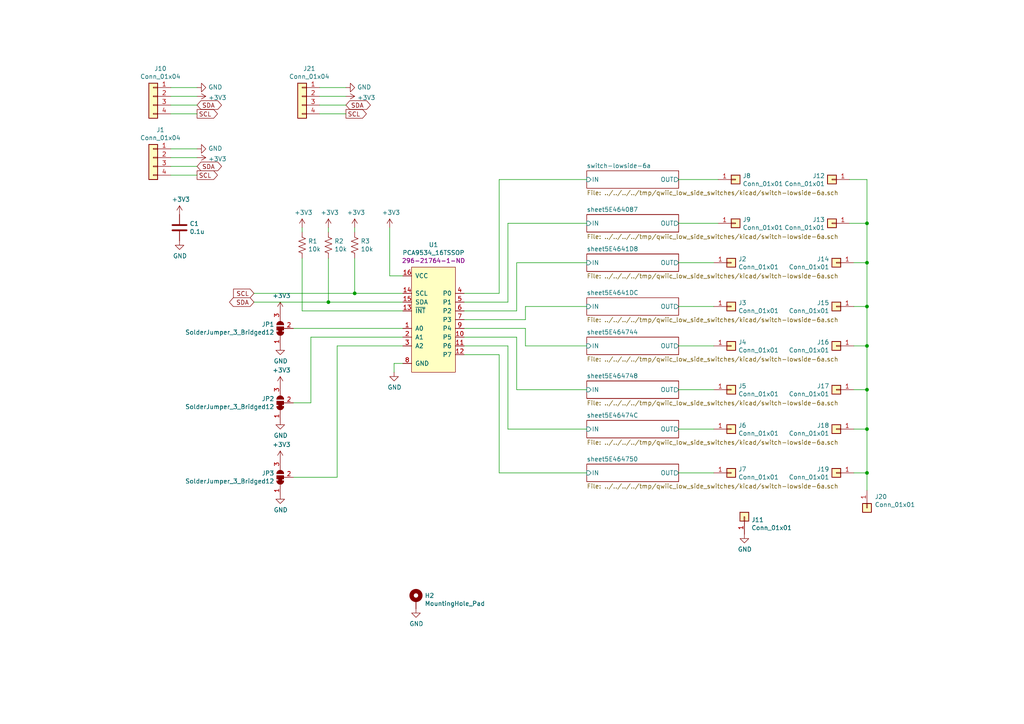
<source format=kicad_sch>
(kicad_sch (version 20230121) (generator eeschema)
  (paper "A4")
  (lib_symbols
    (symbol "Connector_Generic:Conn_01x01" (pin_names (offset 1.016) hide)
      (property "Reference" "J" (at 0 2.54 0))
      (property "Value" "Conn_01x01" (at 0 -2.54 0))
      (symbol "Conn_01x01_1_1"
        (rectangle (start -1.27 0.127) (end 0 -0.127) (stroke (width 0.1524)))
        (rectangle (start -1.27 1.27) (end 1.27 -1.27) (stroke (width 0.254)) (fill (type background)))
        (pin passive line (at -5.08 0 0) (length 3.81) (name "Pin_1") (number "1"))
      )
    )
    (symbol "Connector_Generic:Conn_01x04" (pin_names (offset 1.016) hide)
      (property "Reference" "J" (at 0 5.08 0))
      (property "Value" "Conn_01x04" (at 0 -7.62 0))
      (symbol "Conn_01x04_1_1"
        (rectangle (start -1.27 -4.953) (end 0 -5.207) (stroke (width 0.1524)))
        (rectangle (start -1.27 -2.413) (end 0 -2.667) (stroke (width 0.1524)))
        (rectangle (start -1.27 0.127) (end 0 -0.127) (stroke (width 0.1524)))
        (rectangle (start -1.27 2.667) (end 0 2.413) (stroke (width 0.1524)))
        (rectangle (start -1.27 3.81) (end 1.27 -6.35) (stroke (width 0.254)) (fill (type background)))
        (pin passive line (at -5.08 2.54 0) (length 3.81) (name "Pin_1") (number "1"))
        (pin passive line (at -5.08 0 0) (length 3.81) (name "Pin_2") (number "2"))
        (pin passive line (at -5.08 -2.54 0) (length 3.81) (name "Pin_3") (number "3"))
        (pin passive line (at -5.08 -5.08 0) (length 3.81) (name "Pin_4") (number "4"))
      )
    )
    (symbol "Device:C" (pin_numbers hide) (pin_names (offset 0.254))
      (property "Reference" "C" (at 0.635 2.54 0))
      (property "Value" "C" (at 0.635 -2.54 0))
      (symbol "C_0_1"
        (polyline (pts (xy -2.032 -0.762) (xy 2.032 -0.762)) (stroke (width 0.508)))
        (polyline (pts (xy -2.032 0.762) (xy 2.032 0.762)) (stroke (width 0.508)))
      )
      (symbol "C_1_1"
        (pin passive line (at 0 3.81 270) (length 2.794) (name "~") (number "1"))
        (pin passive line (at 0 -3.81 90) (length 2.794) (name "~") (number "2"))
      )
    )
    (symbol "Device:R_US" (pin_numbers hide) (pin_names (offset 0))
      (property "Reference" "R" (at 2.54 0 90))
      (property "Value" "R_US" (at -2.54 0 90))
      (symbol "R_US_0_1"
        (polyline (pts (xy 0 -2.286) (xy 0 -2.54)))
        (polyline (pts (xy 0 2.286) (xy 0 2.54)))
        (polyline (pts (xy 0 -0.762) (xy 1.016 -1.143) (xy 0 -1.524) (xy -1.016 -1.905) (xy 0 -2.286)))
        (polyline (pts (xy 0 0.762) (xy 1.016 0.381) (xy 0 0) (xy -1.016 -0.381) (xy 0 -0.762)))
        (polyline (pts (xy 0 2.286) (xy 1.016 1.905) (xy 0 1.524) (xy -1.016 1.143) (xy 0 0.762)))
      )
      (symbol "R_US_1_1"
        (pin passive line (at 0 3.81 270) (length 1.27) (name "~") (number "1"))
        (pin passive line (at 0 -3.81 90) (length 1.27) (name "~") (number "2"))
      )
    )
    (symbol "Mechanical:MountingHole_Pad" (pin_numbers hide) (pin_names (offset 1.016) hide)
      (property "Reference" "H" (at 0 6.35 0))
      (property "Value" "MountingHole_Pad" (at 0 4.445 0))
      (symbol "MountingHole_Pad_0_1"
        (circle (center 0 1.27) (radius 1.27) (stroke (width 1.27)))
      )
      (symbol "MountingHole_Pad_1_1"
        (pin input line (at 0 -2.54 90) (length 2.54) (name "1") (number "1"))
      )
    )
    (symbol "power:+3V3" (power) (pin_names (offset 0))
      (property "Value" "+3V3" (at 0 3.556 0))
      (symbol "+3V3_0_1"
        (polyline (pts (xy -0.762 1.27) (xy 0 2.54)))
        (polyline (pts (xy 0 0) (xy 0 2.54)))
        (polyline (pts (xy 0 2.54) (xy 0.762 1.27)))
      )
      (symbol "+3V3_1_1"
        (pin power_in line (at 0 0 90) (length 0) hide (name "+3V3") (number "1"))
      )
    )
    (symbol "power:GND" (power) (pin_names (offset 0))
      (property "Value" "GND" (at 0 -3.81 0))
      (symbol "GND_0_1"
        (polyline (pts (xy 0 0) (xy 0 -1.27) (xy 1.27 -1.27) (xy 0 -2.54) (xy -1.27 -1.27) (xy 0 -1.27)))
      )
      (symbol "GND_1_1"
        (pin power_in line (at 0 0 270) (length 0) hide (name "GND") (number "1"))
      )
    )
    (symbol "qwiic_low_side_switches-rescue:SolderJumper_3_Bridged12-Jumper" (pin_names (offset 0) hide)
      (property "Reference" "JP" (at -2.54 -2.54 0))
      (property "Value" "Jumper_SolderJumper_3_Bridged12" (at 0 2.794 0))
      (symbol "SolderJumper_3_Bridged12-Jumper_0_1"
        (rectangle (start -1.016 0.508) (end -0.508 -0.508) (fill (type outline)))
        (arc (start -1.016 1.016) (mid -2.0276 0) (end -1.016 -1.016))
        (arc (start -1.016 1.016) (mid -2.0276 0) (end -1.016 -1.016) (fill (type outline)))
        (rectangle (start -0.508 1.016) (end 0.508 -1.016) (fill (type outline)))
        (polyline (pts (xy -2.54 0) (xy -2.032 0)))
        (polyline (pts (xy -1.016 1.016) (xy -1.016 -1.016)))
        (polyline (pts (xy 0 -1.27) (xy 0 -1.016)))
        (polyline (pts (xy 1.016 1.016) (xy 1.016 -1.016)))
        (polyline (pts (xy 2.54 0) (xy 2.032 0)))
        (arc (start 1.016 -1.016) (mid 2.0276 0) (end 1.016 1.016))
        (arc (start 1.016 -1.016) (mid 2.0276 0) (end 1.016 1.016) (fill (type outline)))
      )
      (symbol "SolderJumper_3_Bridged12-Jumper_1_1"
        (pin passive line (at -5.08 0 0) (length 2.54) (name "A") (number "1"))
        (pin input line (at 0 -3.81 90) (length 2.54) (name "C") (number "2"))
        (pin passive line (at 5.08 0 180) (length 2.54) (name "B") (number "3"))
      )
    )
    (symbol "qwiic_low_side_switches:PCA9534_16TSSOP" (pin_names (offset 1.016))
      (property "Reference" "U" (at 0 -16.51 0))
      (property "Value" "PCA9534_16TSSOP" (at 0 16.51 0))
      (property "DigiKey" "296-21764-1-ND" (at 0 0 0))
      (symbol "PCA9534_16TSSOP_0_1"
        (rectangle (start -6.35 15.24) (end 6.35 -15.24) (fill (type background)))
      )
      (symbol "PCA9534_16TSSOP_1_1"
        (pin input line (at -8.89 -2.54 0) (length 2.54) (name "A0") (number "1"))
        (pin bidirectional line (at 8.89 -5.08 180) (length 2.54) (name "P5") (number "10"))
        (pin bidirectional line (at 8.89 -7.62 180) (length 2.54) (name "P6") (number "11"))
        (pin bidirectional line (at 8.89 -10.16 180) (length 2.54) (name "P7") (number "12"))
        (pin output line (at -8.89 2.54 0) (length 2.54) (name "~{INT}") (number "13"))
        (pin input line (at -8.89 7.62 0) (length 2.54) (name "SCL") (number "14"))
        (pin bidirectional line (at -8.89 5.08 0) (length 2.54) (name "SDA") (number "15"))
        (pin power_in line (at -8.89 12.7 0) (length 2.54) (name "VCC") (number "16"))
        (pin input line (at -8.89 -5.08 0) (length 2.54) (name "A1") (number "2"))
        (pin input line (at -8.89 -7.62 0) (length 2.54) (name "A2") (number "3"))
        (pin bidirectional line (at 8.89 7.62 180) (length 2.54) (name "P0") (number "4"))
        (pin bidirectional line (at 8.89 5.08 180) (length 2.54) (name "P1") (number "5"))
        (pin bidirectional line (at 8.89 2.54 180) (length 2.54) (name "P2") (number "6"))
        (pin bidirectional line (at 8.89 0 180) (length 2.54) (name "P3") (number "7"))
        (pin power_in line (at -8.89 -12.7 0) (length 2.54) (name "GND") (number "8"))
        (pin bidirectional line (at 8.89 -2.54 180) (length 2.54) (name "P4") (number "9"))
      )
    )
  )
  (junction (at 95.25 87.63))
  (junction (at 251.46 113.03))
  (junction (at 251.46 76.2))
  (junction (at 251.46 64.77))
  (junction (at 102.87 85.09))
  (junction (at 251.46 124.46))
  (junction (at 251.46 88.9))
  (junction (at 251.46 137.16))
  (junction (at 251.46 100.33))
  (wire (pts (xy 247.65 88.9) (xy 251.46 88.9)))
  (wire (pts (xy 116.84 90.17) (xy 87.63 90.17)))
  (wire (pts (xy 251.46 64.77) (xy 251.46 76.2)))
  (wire (pts (xy 114.3 105.41) (xy 114.3 107.95)))
  (wire (pts (xy 49.53 45.72) (xy 57.15 45.72)))
  (wire (pts (xy 207.01 88.9) (xy 196.85 88.9)))
  (wire (pts (xy 251.46 142.24) (xy 251.46 137.16)))
  (wire (pts (xy 134.62 100.33) (xy 147.32 100.33)))
  (wire (pts (xy 144.78 137.16) (xy 170.18 137.16)))
  (wire (pts (xy 207.01 137.16) (xy 196.85 137.16)))
  (wire (pts (xy 208.28 64.77) (xy 196.85 64.77)))
  (wire (pts (xy 134.62 102.87) (xy 144.78 102.87)))
  (wire (pts (xy 87.63 66.04) (xy 87.63 67.31)))
  (wire (pts (xy 152.4 95.25) (xy 152.4 100.33)))
  (wire (pts (xy 147.32 64.77) (xy 170.18 64.77)))
  (wire (pts (xy 102.87 74.93) (xy 102.87 85.09)))
  (wire (pts (xy 251.46 76.2) (xy 251.46 88.9)))
  (wire (pts (xy 149.86 97.79) (xy 149.86 113.03)))
  (wire (pts (xy 87.63 90.17) (xy 87.63 74.93)))
  (wire (pts (xy 102.87 66.04) (xy 102.87 67.31)))
  (wire (pts (xy 247.65 113.03) (xy 251.46 113.03)))
  (wire (pts (xy 73.66 85.09) (xy 102.87 85.09)))
  (wire (pts (xy 134.62 97.79) (xy 149.86 97.79)))
  (wire (pts (xy 116.84 95.25) (xy 85.09 95.25)))
  (wire (pts (xy 95.25 74.93) (xy 95.25 87.63)))
  (wire (pts (xy 144.78 85.09) (xy 134.62 85.09)))
  (wire (pts (xy 251.46 88.9) (xy 251.46 100.33)))
  (wire (pts (xy 134.62 95.25) (xy 152.4 95.25)))
  (wire (pts (xy 113.03 66.04) (xy 113.03 80.01)))
  (wire (pts (xy 90.17 116.84) (xy 90.17 97.79)))
  (wire (pts (xy 73.66 87.63) (xy 95.25 87.63)))
  (wire (pts (xy 95.25 66.04) (xy 95.25 67.31)))
  (wire (pts (xy 251.46 113.03) (xy 251.46 124.46)))
  (wire (pts (xy 207.01 113.03) (xy 196.85 113.03)))
  (wire (pts (xy 208.28 52.07) (xy 196.85 52.07)))
  (wire (pts (xy 144.78 52.07) (xy 144.78 85.09)))
  (wire (pts (xy 149.86 76.2) (xy 170.18 76.2)))
  (wire (pts (xy 92.71 33.02) (xy 100.33 33.02)))
  (wire (pts (xy 90.17 97.79) (xy 116.84 97.79)))
  (wire (pts (xy 57.15 30.48) (xy 49.53 30.48)))
  (wire (pts (xy 57.15 43.18) (xy 49.53 43.18)))
  (wire (pts (xy 170.18 52.07) (xy 144.78 52.07)))
  (wire (pts (xy 246.38 64.77) (xy 251.46 64.77)))
  (wire (pts (xy 49.53 33.02) (xy 57.15 33.02)))
  (wire (pts (xy 196.85 124.46) (xy 207.01 124.46)))
  (wire (pts (xy 149.86 90.17) (xy 149.86 76.2)))
  (wire (pts (xy 251.46 124.46) (xy 251.46 137.16)))
  (wire (pts (xy 149.86 113.03) (xy 170.18 113.03)))
  (wire (pts (xy 251.46 137.16) (xy 247.65 137.16)))
  (wire (pts (xy 147.32 87.63) (xy 147.32 64.77)))
  (wire (pts (xy 116.84 105.41) (xy 114.3 105.41)))
  (wire (pts (xy 207.01 100.33) (xy 196.85 100.33)))
  (wire (pts (xy 85.09 116.84) (xy 90.17 116.84)))
  (wire (pts (xy 57.15 48.26) (xy 49.53 48.26)))
  (wire (pts (xy 147.32 124.46) (xy 170.18 124.46)))
  (wire (pts (xy 134.62 90.17) (xy 149.86 90.17)))
  (wire (pts (xy 246.38 52.07) (xy 251.46 52.07)))
  (wire (pts (xy 92.71 27.94) (xy 100.33 27.94)))
  (wire (pts (xy 152.4 92.71) (xy 152.4 88.9)))
  (wire (pts (xy 49.53 27.94) (xy 57.15 27.94)))
  (wire (pts (xy 247.65 124.46) (xy 251.46 124.46)))
  (wire (pts (xy 49.53 50.8) (xy 57.15 50.8)))
  (wire (pts (xy 147.32 100.33) (xy 147.32 124.46)))
  (wire (pts (xy 152.4 100.33) (xy 170.18 100.33)))
  (wire (pts (xy 134.62 92.71) (xy 152.4 92.71)))
  (wire (pts (xy 207.01 76.2) (xy 196.85 76.2)))
  (wire (pts (xy 97.79 100.33) (xy 97.79 138.43)))
  (wire (pts (xy 134.62 87.63) (xy 147.32 87.63)))
  (wire (pts (xy 100.33 25.4) (xy 92.71 25.4)))
  (wire (pts (xy 251.46 52.07) (xy 251.46 64.77)))
  (wire (pts (xy 251.46 100.33) (xy 251.46 113.03)))
  (wire (pts (xy 97.79 138.43) (xy 85.09 138.43)))
  (wire (pts (xy 247.65 76.2) (xy 251.46 76.2)))
  (wire (pts (xy 113.03 80.01) (xy 116.84 80.01)))
  (wire (pts (xy 144.78 102.87) (xy 144.78 137.16)))
  (wire (pts (xy 102.87 85.09) (xy 116.84 85.09)))
  (wire (pts (xy 116.84 100.33) (xy 97.79 100.33)))
  (wire (pts (xy 100.33 30.48) (xy 92.71 30.48)))
  (wire (pts (xy 95.25 87.63) (xy 116.84 87.63)))
  (wire (pts (xy 247.65 100.33) (xy 251.46 100.33)))
  (wire (pts (xy 152.4 88.9) (xy 170.18 88.9)))
  (wire (pts (xy 57.15 25.4) (xy 49.53 25.4)))
  (global_label "SCL" (shape output) (at 100.33 33.02 0) (property "Intersheetrefs" "${INTERSHEET_REFS}" (effects hide)))
  (global_label "SDA" (shape bidirectional) (at 100.33 30.48 0) (property "Intersheetrefs" "${INTERSHEET_REFS}" (effects hide)))
  (global_label "SCL" (shape output) (at 57.15 50.8 0) (property "Intersheetrefs" "${INTERSHEET_REFS}" (effects hide)))
  (global_label "SCL" (shape input) (at 73.66 85.09 180) (property "Intersheetrefs" "${INTERSHEET_REFS}" (effects hide)))
  (global_label "SDA" (shape bidirectional) (at 57.15 30.48 0) (property "Intersheetrefs" "${INTERSHEET_REFS}" (effects hide)))
  (global_label "SDA" (shape bidirectional) (at 73.66 87.63 180) (property "Intersheetrefs" "${INTERSHEET_REFS}" (effects hide)))
  (global_label "SCL" (shape output) (at 57.15 33.02 0) (property "Intersheetrefs" "${INTERSHEET_REFS}" (effects hide)))
  (global_label "SDA" (shape bidirectional) (at 57.15 48.26 0) (property "Intersheetrefs" "${INTERSHEET_REFS}" (effects hide)))
  (symbol (lib_id "Connector_Generic:Conn_01x04") (at 44.45 45.72 0) (mirror y) (unit 1)
    (property "Reference" "J1" (at 46.5328 37.6682 0))
    (property "Value" "Conn_01x04" (at 46.5328 39.9796 0))
    (property "Footprint" "Connector_JST:JST_SH_SM04B-SRSS-TB_1x04-1MP_P1.00mm_Horizontal" (effects hide))
    (property "DigiKey" "455-1804-1-ND" (effects hide))
  )
  (symbol (lib_id "power:GND") (at 57.15 43.18 90) (unit 1)
    (property "Reference" "#PWR03" (effects hide))
    (property "Value" "GND" (at 60.4012 43.053 90) (effects (justify right)))
  )
  (symbol (lib_id "power:+3V3") (at 57.15 45.72 270) (unit 1)
    (property "Reference" "#PWR04" (effects hide))
    (property "Value" "+3V3" (at 60.4012 46.101 90) (effects (justify left)))
  )
  (symbol (lib_id "Device:R_US") (at 102.87 71.12 0) (unit 1)
    (property "Reference" "R3" (at 104.5972 69.9516 0) (effects (justify left)))
    (property "Value" "10k" (at 104.5972 72.263 0) (effects (justify left)))
    (property "Footprint" "Resistor_SMD:R_0805_2012Metric_Pad1.15x1.40mm_HandSolder" (effects hide))
    (property "DigiKey" "311-10.0KCRCT-ND" (effects hide))
  )
  (symbol (lib_id "power:+3V3") (at 102.87 66.04 0) (unit 1)
    (property "Reference" "#PWR013" (effects hide))
    (property "Value" "+3V3" (at 103.251 61.6458 0))
  )
  (symbol (lib_id "Device:R_US") (at 95.25 71.12 0) (unit 1)
    (property "Reference" "R2" (at 96.9772 69.9516 0) (effects (justify left)))
    (property "Value" "10k" (at 96.9772 72.263 0) (effects (justify left)))
    (property "Footprint" "Resistor_SMD:R_0805_2012Metric_Pad1.15x1.40mm_HandSolder" (effects hide))
    (property "DigiKey" "311-10.0KCRCT-ND" (effects hide))
  )
  (symbol (lib_id "power:+3V3") (at 95.25 66.04 0) (unit 1)
    (property "Reference" "#PWR012" (effects hide))
    (property "Value" "+3V3" (at 95.631 61.6458 0))
  )
  (symbol (lib_id "power:+3V3") (at 113.03 66.04 0) (unit 1)
    (property "Reference" "#PWR014" (effects hide))
    (property "Value" "+3V3" (at 113.411 61.6458 0))
  )
  (symbol (lib_id "qwiic_low_side_switches:PCA9534_16TSSOP") (at 125.73 92.71 0) (unit 1)
    (property "Reference" "U1" (at 125.73 70.993 0))
    (property "Value" "PCA9534_16TSSOP" (at 125.73 73.3044 0))
    (property "Footprint" "Package_SO:TSSOP-16_4.4x5mm_P0.65mm" (effects hide))
    (property "Datasheet" "http://www.ti.com/lit/ds/symlink/pca9534.pdf" (effects hide))
    (property "DigiKey" "296-21764-1-ND" (at 125.73 75.6158 0))
  )
  (symbol (lib_id "Device:R_US") (at 87.63 71.12 0) (unit 1)
    (property "Reference" "R1" (at 89.3572 69.9516 0) (effects (justify left)))
    (property "Value" "10k" (at 89.3572 72.263 0) (effects (justify left)))
    (property "Footprint" "Resistor_SMD:R_0805_2012Metric_Pad1.15x1.40mm_HandSolder" (effects hide))
    (property "DigiKey" "311-10.0KCRCT-ND" (effects hide))
  )
  (symbol (lib_id "power:+3V3") (at 87.63 66.04 0) (unit 1)
    (property "Reference" "#PWR011" (effects hide))
    (property "Value" "+3V3" (at 88.011 61.6458 0))
  )
  (symbol (lib_id "Device:C") (at 52.07 66.04 0) (unit 1)
    (property "Reference" "C1" (at 54.991 64.8716 0) (effects (justify left)))
    (property "Value" "0.1u" (at 54.991 67.183 0) (effects (justify left)))
    (property "Footprint" "Capacitor_SMD:C_0805_2012Metric_Pad1.15x1.40mm_HandSolder" (effects hide))
    (property "DigiKey" "478-6048-1-ND" (effects hide))
  )
  (symbol (lib_id "power:GND") (at 114.3 107.95 0) (unit 1)
    (property "Reference" "#PWR015" (effects hide))
    (property "Value" "GND" (at 114.427 112.3442 0))
  )
  (symbol (lib_id "power:GND") (at 52.07 69.85 0) (unit 1)
    (property "Reference" "#PWR02" (effects hide))
    (property "Value" "GND" (at 52.197 74.2442 0))
  )
  (symbol (lib_id "power:+3V3") (at 52.07 62.23 0) (unit 1)
    (property "Reference" "#PWR01" (effects hide))
    (property "Value" "+3V3" (at 52.451 57.8358 0))
  )
  (symbol (lib_id "qwiic_low_side_switches-rescue:SolderJumper_3_Bridged12-Jumper") (at 81.28 95.25 90) (unit 1)
    (property "Reference" "JP1" (at 79.5528 94.0816 90) (effects (justify left)))
    (property "Value" "SolderJumper_3_Bridged12" (at 79.5528 96.393 90) (effects (justify left)))
    (property "Footprint" "Jumper:SolderJumper-3_P1.3mm_Bridged12_RoundedPad1.0x1.5mm_NumberLabels" (effects hide))
  )
  (symbol (lib_id "qwiic_low_side_switches-rescue:SolderJumper_3_Bridged12-Jumper") (at 81.28 116.84 90) (unit 1)
    (property "Reference" "JP2" (at 79.5528 115.6716 90) (effects (justify left)))
    (property "Value" "SolderJumper_3_Bridged12" (at 79.5528 117.983 90) (effects (justify left)))
    (property "Footprint" "Jumper:SolderJumper-3_P1.3mm_Bridged12_RoundedPad1.0x1.5mm_NumberLabels" (effects hide))
  )
  (symbol (lib_id "power:GND") (at 81.28 100.33 0) (unit 1)
    (property "Reference" "#PWR06" (effects hide))
    (property "Value" "GND" (at 81.407 104.7242 0))
  )
  (symbol (lib_id "power:+3V3") (at 81.28 90.17 0) (unit 1)
    (property "Reference" "#PWR05" (effects hide))
    (property "Value" "+3V3" (at 81.661 85.7758 0))
  )
  (symbol (lib_id "power:+3V3") (at 81.28 111.76 0) (unit 1)
    (property "Reference" "#PWR07" (effects hide))
    (property "Value" "+3V3" (at 81.661 107.3658 0))
  )
  (symbol (lib_id "power:GND") (at 81.28 121.92 0) (unit 1)
    (property "Reference" "#PWR08" (effects hide))
    (property "Value" "GND" (at 81.407 126.3142 0))
  )
  (symbol (lib_id "qwiic_low_side_switches-rescue:SolderJumper_3_Bridged12-Jumper") (at 81.28 138.43 90) (unit 1)
    (property "Reference" "JP3" (at 79.5528 137.2616 90) (effects (justify left)))
    (property "Value" "SolderJumper_3_Bridged12" (at 79.5528 139.573 90) (effects (justify left)))
    (property "Footprint" "Jumper:SolderJumper-3_P1.3mm_Bridged12_RoundedPad1.0x1.5mm_NumberLabels" (effects hide))
  )
  (symbol (lib_id "power:+3V3") (at 81.28 133.35 0) (unit 1)
    (property "Reference" "#PWR09" (effects hide))
    (property "Value" "+3V3" (at 81.661 128.9558 0))
  )
  (symbol (lib_id "power:GND") (at 81.28 143.51 0) (unit 1)
    (property "Reference" "#PWR010" (effects hide))
    (property "Value" "GND" (at 81.407 147.9042 0))
  )
  (symbol (lib_id "Connector_Generic:Conn_01x01") (at 213.36 52.07 0) (unit 1)
    (property "Reference" "J8" (at 215.392 51.0032 0) (effects (justify left)))
    (property "Value" "Conn_01x01" (at 215.392 53.3146 0) (effects (justify left)))
    (property "Footprint" "TestPoint:TestPoint_Pad_4.0x4.0mm" (effects hide))
  )
  (symbol (lib_id "Connector_Generic:Conn_01x01") (at 213.36 64.77 0) (unit 1)
    (property "Reference" "J9" (at 215.392 63.7032 0) (effects (justify left)))
    (property "Value" "Conn_01x01" (at 215.392 66.0146 0) (effects (justify left)))
    (property "Footprint" "TestPoint:TestPoint_Pad_4.0x4.0mm" (effects hide))
  )
  (symbol (lib_id "Connector_Generic:Conn_01x01") (at 212.09 76.2 0) (unit 1)
    (property "Reference" "J2" (at 214.122 75.1332 0) (effects (justify left)))
    (property "Value" "Conn_01x01" (at 214.122 77.4446 0) (effects (justify left)))
    (property "Footprint" "TestPoint:TestPoint_Pad_4.0x4.0mm" (effects hide))
  )
  (symbol (lib_id "Connector_Generic:Conn_01x01") (at 212.09 88.9 0) (unit 1)
    (property "Reference" "J3" (at 214.122 87.8332 0) (effects (justify left)))
    (property "Value" "Conn_01x01" (at 214.122 90.1446 0) (effects (justify left)))
    (property "Footprint" "TestPoint:TestPoint_Pad_4.0x4.0mm" (effects hide))
  )
  (symbol (lib_id "Connector_Generic:Conn_01x01") (at 212.09 100.33 0) (unit 1)
    (property "Reference" "J4" (at 214.122 99.2632 0) (effects (justify left)))
    (property "Value" "Conn_01x01" (at 214.122 101.5746 0) (effects (justify left)))
    (property "Footprint" "TestPoint:TestPoint_Pad_4.0x4.0mm" (effects hide))
  )
  (symbol (lib_id "Connector_Generic:Conn_01x01") (at 212.09 113.03 0) (unit 1)
    (property "Reference" "J5" (at 214.122 111.9632 0) (effects (justify left)))
    (property "Value" "Conn_01x01" (at 214.122 114.2746 0) (effects (justify left)))
    (property "Footprint" "TestPoint:TestPoint_Pad_4.0x4.0mm" (effects hide))
  )
  (symbol (lib_id "Connector_Generic:Conn_01x01") (at 212.09 124.46 0) (unit 1)
    (property "Reference" "J6" (at 214.122 123.3932 0) (effects (justify left)))
    (property "Value" "Conn_01x01" (at 214.122 125.7046 0) (effects (justify left)))
    (property "Footprint" "TestPoint:TestPoint_Pad_4.0x4.0mm" (effects hide))
  )
  (symbol (lib_id "Connector_Generic:Conn_01x01") (at 212.09 137.16 0) (unit 1)
    (property "Reference" "J7" (at 214.122 136.0932 0) (effects (justify left)))
    (property "Value" "Conn_01x01" (at 214.122 138.4046 0) (effects (justify left)))
    (property "Footprint" "TestPoint:TestPoint_Pad_4.0x4.0mm" (effects hide))
  )
  (symbol (lib_id "Connector_Generic:Conn_01x04") (at 44.45 27.94 0) (mirror y) (unit 1)
    (property "Reference" "J10" (at 46.5328 19.8882 0))
    (property "Value" "Conn_01x04" (at 46.5328 22.1996 0))
    (property "Footprint" "Connector_JST:JST_SH_SM04B-SRSS-TB_1x04-1MP_P1.00mm_Horizontal" (effects hide))
    (property "DigiKey" "455-1804-1-ND" (effects hide))
  )
  (symbol (lib_id "power:GND") (at 57.15 25.4 90) (unit 1)
    (property "Reference" "#PWR0101" (effects hide))
    (property "Value" "GND" (at 60.4012 25.273 90) (effects (justify right)))
  )
  (symbol (lib_id "power:+3V3") (at 57.15 27.94 270) (unit 1)
    (property "Reference" "#PWR0102" (effects hide))
    (property "Value" "+3V3" (at 60.4012 28.321 90) (effects (justify left)))
  )
  (symbol (lib_id "Connector_Generic:Conn_01x01") (at 241.3 52.07 0) (mirror y) (unit 1)
    (property "Reference" "J12" (at 239.268 51.0032 0) (effects (justify left)))
    (property "Value" "Conn_01x01" (at 239.268 53.3146 0) (effects (justify left)))
    (property "Footprint" "TestPoint:TestPoint_Pad_4.0x4.0mm" (effects hide))
  )
  (symbol (lib_id "Connector_Generic:Conn_01x01") (at 241.3 64.77 0) (mirror y) (unit 1)
    (property "Reference" "J13" (at 239.268 63.7032 0) (effects (justify left)))
    (property "Value" "Conn_01x01" (at 239.268 66.0146 0) (effects (justify left)))
    (property "Footprint" "TestPoint:TestPoint_Pad_4.0x4.0mm" (effects hide))
  )
  (symbol (lib_id "Connector_Generic:Conn_01x01") (at 242.57 76.2 0) (mirror y) (unit 1)
    (property "Reference" "J14" (at 240.538 75.1332 0) (effects (justify left)))
    (property "Value" "Conn_01x01" (at 240.538 77.4446 0) (effects (justify left)))
    (property "Footprint" "TestPoint:TestPoint_Pad_4.0x4.0mm" (effects hide))
  )
  (symbol (lib_id "Connector_Generic:Conn_01x01") (at 242.57 88.9 0) (mirror y) (unit 1)
    (property "Reference" "J15" (at 240.538 87.8332 0) (effects (justify left)))
    (property "Value" "Conn_01x01" (at 240.538 90.1446 0) (effects (justify left)))
    (property "Footprint" "TestPoint:TestPoint_Pad_4.0x4.0mm" (effects hide))
  )
  (symbol (lib_id "Connector_Generic:Conn_01x01") (at 242.57 100.33 0) (mirror y) (unit 1)
    (property "Reference" "J16" (at 240.538 99.2632 0) (effects (justify left)))
    (property "Value" "Conn_01x01" (at 240.538 101.5746 0) (effects (justify left)))
    (property "Footprint" "TestPoint:TestPoint_Pad_4.0x4.0mm" (effects hide))
  )
  (symbol (lib_id "Connector_Generic:Conn_01x01") (at 242.57 113.03 0) (mirror y) (unit 1)
    (property "Reference" "J17" (at 240.538 111.9632 0) (effects (justify left)))
    (property "Value" "Conn_01x01" (at 240.538 114.2746 0) (effects (justify left)))
    (property "Footprint" "TestPoint:TestPoint_Pad_4.0x4.0mm" (effects hide))
  )
  (symbol (lib_id "Connector_Generic:Conn_01x01") (at 242.57 124.46 0) (mirror y) (unit 1)
    (property "Reference" "J18" (at 240.538 123.3932 0) (effects (justify left)))
    (property "Value" "Conn_01x01" (at 240.538 125.7046 0) (effects (justify left)))
    (property "Footprint" "TestPoint:TestPoint_Pad_4.0x4.0mm" (effects hide))
  )
  (symbol (lib_id "Connector_Generic:Conn_01x01") (at 242.57 137.16 0) (mirror y) (unit 1)
    (property "Reference" "J19" (at 240.538 136.0932 0) (effects (justify left)))
    (property "Value" "Conn_01x01" (at 240.538 138.4046 0) (effects (justify left)))
    (property "Footprint" "TestPoint:TestPoint_Pad_4.0x4.0mm" (effects hide))
  )
  (symbol (lib_id "Connector_Generic:Conn_01x01") (at 251.46 147.32 90) (mirror x) (unit 1)
    (property "Reference" "J20" (at 253.6952 144.0688 90) (effects (justify right)))
    (property "Value" "Conn_01x01" (at 253.6952 146.3802 90) (effects (justify right)))
    (property "Footprint" "TestPoint:TestPoint_Pad_4.0x4.0mm" (effects hide))
  )
  (symbol (lib_id "Connector_Generic:Conn_01x01") (at 215.9 149.86 270) (mirror x) (unit 1)
    (property "Reference" "J11" (at 217.932 150.7744 90) (effects (justify left)))
    (property "Value" "Conn_01x01" (at 217.932 153.0858 90) (effects (justify left)))
    (property "Footprint" "TestPoint:TestPoint_Pad_4.0x4.0mm" (effects hide))
  )
  (symbol (lib_id "power:GND") (at 215.9 154.94 0) (unit 1)
    (property "Reference" "#PWR0103" (effects hide))
    (property "Value" "GND" (at 216.027 159.3342 0))
  )
  (symbol (lib_id "Connector_Generic:Conn_01x04") (at 87.63 27.94 0) (mirror y) (unit 1)
    (property "Reference" "J21" (at 89.7128 19.8882 0))
    (property "Value" "Conn_01x04" (at 89.7128 22.1996 0))
    (property "Footprint" "Connector_PinSocket_1.27mm:PinSocket_1x04_P1.27mm_Vertical" (effects hide))
  )
  (symbol (lib_id "power:GND") (at 100.33 25.4 90) (unit 1)
    (property "Reference" "#PWR0104" (effects hide))
    (property "Value" "GND" (at 103.5812 25.273 90) (effects (justify right)))
  )
  (symbol (lib_id "power:+3V3") (at 100.33 27.94 270) (unit 1)
    (property "Reference" "#PWR0105" (effects hide))
    (property "Value" "+3V3" (at 103.5812 28.321 90) (effects (justify left)))
  )
  (symbol (lib_id "Mechanical:MountingHole_Pad") (at 120.65 173.99 0) (unit 1)
    (property "Reference" "H2" (at 123.19 172.7454 0) (effects (justify left)))
    (property "Value" "MountingHole_Pad" (at 123.19 175.0568 0) (effects (justify left)))
    (property "Footprint" "MountingHole:MountingHole_3.2mm_M3_Pad_Via" (effects hide))
  )
  (symbol (lib_id "power:GND") (at 120.65 176.53 0) (unit 1)
    (property "Reference" "#PWR0106" (effects hide))
    (property "Value" "GND" (at 120.777 180.9242 0))
  )
  (sheet (at 170.18 49.53) (size 26.67 5.08)
    (property "Sheetname" "switch-lowside-6a" (at 170.18 48.8184 0) (effects (justify left bottom)))
    (property "Sheetfile" "../../../../tmp/qwiic_low_side_switches/kicad/switch-lowside-6a.sch" (at 170.18 55.1946 0) (effects (justify left top)))
    (pin "IN" input (at 170.18 52.07 180))
    (pin "OUT" output (at 196.85 52.07 0))
  )
  (sheet (at 170.18 62.23) (size 26.67 5.08)
    (property "Sheetname" "sheet5E464087" (at 170.18 61.5184 0) (effects (justify left bottom)))
    (property "Sheetfile" "../../../../tmp/qwiic_low_side_switches/kicad/switch-lowside-6a.sch" (at 170.18 67.8946 0) (effects (justify left top)))
    (pin "IN" input (at 170.18 64.77 180))
    (pin "OUT" output (at 196.85 64.77 0))
  )
  (sheet (at 170.18 73.66) (size 26.67 5.08)
    (property "Sheetname" "sheet5E4641D8" (at 170.18 72.9484 0) (effects (justify left bottom)))
    (property "Sheetfile" "../../../../tmp/qwiic_low_side_switches/kicad/switch-lowside-6a.sch" (at 170.18 79.3246 0) (effects (justify left top)))
    (pin "IN" input (at 170.18 76.2 180))
    (pin "OUT" output (at 196.85 76.2 0))
  )
  (sheet (at 170.18 86.36) (size 26.67 5.08)
    (property "Sheetname" "sheet5E4641DC" (at 170.18 85.6484 0) (effects (justify left bottom)))
    (property "Sheetfile" "../../../../tmp/qwiic_low_side_switches/kicad/switch-lowside-6a.sch" (at 170.18 92.0246 0) (effects (justify left top)))
    (pin "IN" input (at 170.18 88.9 180))
    (pin "OUT" output (at 196.85 88.9 0))
  )
  (sheet (at 170.18 97.79) (size 26.67 5.08)
    (property "Sheetname" "sheet5E464744" (at 170.18 97.0784 0) (effects (justify left bottom)))
    (property "Sheetfile" "../../../../tmp/qwiic_low_side_switches/kicad/switch-lowside-6a.sch" (at 170.18 103.4546 0) (effects (justify left top)))
    (pin "IN" input (at 170.18 100.33 180))
    (pin "OUT" output (at 196.85 100.33 0))
  )
  (sheet (at 170.18 110.49) (size 26.67 5.08)
    (property "Sheetname" "sheet5E464748" (at 170.18 109.7784 0) (effects (justify left bottom)))
    (property "Sheetfile" "../../../../tmp/qwiic_low_side_switches/kicad/switch-lowside-6a.sch" (at 170.18 116.1546 0) (effects (justify left top)))
    (pin "IN" input (at 170.18 113.03 180))
    (pin "OUT" output (at 196.85 113.03 0))
  )
  (sheet (at 170.18 121.92) (size 26.67 5.08)
    (property "Sheetname" "sheet5E46474C" (at 170.18 121.2084 0) (effects (justify left bottom)))
    (property "Sheetfile" "../../../../tmp/qwiic_low_side_switches/kicad/switch-lowside-6a.sch" (at 170.18 127.5846 0) (effects (justify left top)))
    (pin "IN" input (at 170.18 124.46 180))
    (pin "OUT" output (at 196.85 124.46 0))
  )
  (sheet (at 170.18 134.62) (size 26.67 5.08)
    (property "Sheetname" "sheet5E464750" (at 170.18 133.9084 0) (effects (justify left bottom)))
    (property "Sheetfile" "../../../../tmp/qwiic_low_side_switches/kicad/switch-lowside-6a.sch" (at 170.18 140.2846 0) (effects (justify left top)))
    (pin "IN" input (at 170.18 137.16 180))
    (pin "OUT" output (at 196.85 137.16 0))
  )
)
</source>
